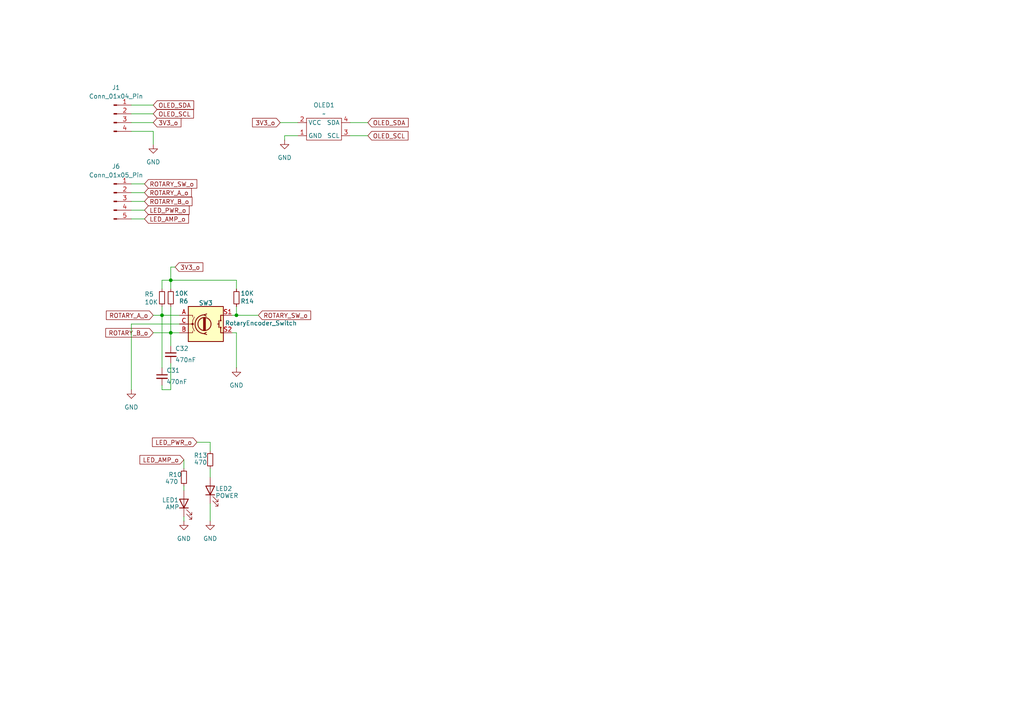
<source format=kicad_sch>
(kicad_sch (version 20231120) (generator "eeschema") (generator_version "8.0")
  (paper "A4")
  (lib_symbols
    (symbol "Connector:Conn_01x04_Pin" (pin_names (offset 1.016) hide)
      (property "Reference" "J" (at 0 5.08 0))
      (property "Value" "Conn_01x04_Pin" (at 0 -7.62 0))
      (symbol "Conn_01x04_Pin_1_1"
        (polyline (pts (xy 1.27 -5.08) (xy 0.8636 -5.08)) (stroke (width 0.1524)))
        (polyline (pts (xy 1.27 -2.54) (xy 0.8636 -2.54)) (stroke (width 0.1524)))
        (polyline (pts (xy 1.27 0) (xy 0.8636 0)) (stroke (width 0.1524)))
        (polyline (pts (xy 1.27 2.54) (xy 0.8636 2.54)) (stroke (width 0.1524)))
        (rectangle (start 0.8636 -4.953) (end 0 -5.207) (stroke (width 0.1524)) (fill (type outline)))
        (rectangle (start 0.8636 -2.413) (end 0 -2.667) (stroke (width 0.1524)) (fill (type outline)))
        (rectangle (start 0.8636 0.127) (end 0 -0.127) (stroke (width 0.1524)) (fill (type outline)))
        (rectangle (start 0.8636 2.667) (end 0 2.413) (stroke (width 0.1524)) (fill (type outline)))
        (pin passive line (at 5.08 2.54 180) (length 3.81) (name "Pin_1") (number "1"))
        (pin passive line (at 5.08 0 180) (length 3.81) (name "Pin_2") (number "2"))
        (pin passive line (at 5.08 -2.54 180) (length 3.81) (name "Pin_3") (number "3"))
        (pin passive line (at 5.08 -5.08 180) (length 3.81) (name "Pin_4") (number "4"))
      )
    )
    (symbol "Connector:Conn_01x05_Pin" (pin_names (offset 1.016) hide)
      (property "Reference" "J" (at 0 7.62 0))
      (property "Value" "Conn_01x05_Pin" (at 0 -7.62 0))
      (symbol "Conn_01x05_Pin_1_1"
        (polyline (pts (xy 1.27 -5.08) (xy 0.8636 -5.08)) (stroke (width 0.1524)))
        (polyline (pts (xy 1.27 -2.54) (xy 0.8636 -2.54)) (stroke (width 0.1524)))
        (polyline (pts (xy 1.27 0) (xy 0.8636 0)) (stroke (width 0.1524)))
        (polyline (pts (xy 1.27 2.54) (xy 0.8636 2.54)) (stroke (width 0.1524)))
        (polyline (pts (xy 1.27 5.08) (xy 0.8636 5.08)) (stroke (width 0.1524)))
        (rectangle (start 0.8636 -4.953) (end 0 -5.207) (stroke (width 0.1524)) (fill (type outline)))
        (rectangle (start 0.8636 -2.413) (end 0 -2.667) (stroke (width 0.1524)) (fill (type outline)))
        (rectangle (start 0.8636 0.127) (end 0 -0.127) (stroke (width 0.1524)) (fill (type outline)))
        (rectangle (start 0.8636 2.667) (end 0 2.413) (stroke (width 0.1524)) (fill (type outline)))
        (rectangle (start 0.8636 5.207) (end 0 4.953) (stroke (width 0.1524)) (fill (type outline)))
        (pin passive line (at 5.08 5.08 180) (length 3.81) (name "Pin_1") (number "1"))
        (pin passive line (at 5.08 2.54 180) (length 3.81) (name "Pin_2") (number "2"))
        (pin passive line (at 5.08 0 180) (length 3.81) (name "Pin_3") (number "3"))
        (pin passive line (at 5.08 -2.54 180) (length 3.81) (name "Pin_4") (number "4"))
        (pin passive line (at 5.08 -5.08 180) (length 3.81) (name "Pin_5") (number "5"))
      )
    )
    (symbol "Device:C_Small" (pin_numbers hide) (pin_names (offset 0.254) hide)
      (property "Reference" "C" (at 0.254 1.778 0))
      (property "Value" "C_Small" (at 0.254 -2.032 0))
      (symbol "C_Small_0_1"
        (polyline (pts (xy -1.524 -0.508) (xy 1.524 -0.508)) (stroke (width 0.3302)))
        (polyline (pts (xy -1.524 0.508) (xy 1.524 0.508)) (stroke (width 0.3048)))
      )
      (symbol "C_Small_1_1"
        (pin passive line (at 0 2.54 270) (length 2.032) (name "~") (number "1"))
        (pin passive line (at 0 -2.54 90) (length 2.032) (name "~") (number "2"))
      )
    )
    (symbol "Device:LED" (pin_numbers hide) (pin_names (offset 1.016) hide)
      (property "Reference" "D" (at 0 2.54 0))
      (property "Value" "LED" (at 0 -2.54 0))
      (symbol "LED_0_1"
        (polyline (pts (xy -1.27 -1.27) (xy -1.27 1.27)) (stroke (width 0.254)))
        (polyline (pts (xy -1.27 0) (xy 1.27 0)))
        (polyline (pts (xy 1.27 -1.27) (xy 1.27 1.27) (xy -1.27 0) (xy 1.27 -1.27)) (stroke (width 0.254)))
        (polyline (pts (xy -3.048 -0.762) (xy -4.572 -2.286) (xy -3.81 -2.286) (xy -4.572 -2.286) (xy -4.572 -1.524)))
        (polyline (pts (xy -1.778 -0.762) (xy -3.302 -2.286) (xy -2.54 -2.286) (xy -3.302 -2.286) (xy -3.302 -1.524)))
      )
      (symbol "LED_1_1"
        (pin passive line (at -3.81 0 0) (length 2.54) (name "K") (number "1"))
        (pin passive line (at 3.81 0 180) (length 2.54) (name "A") (number "2"))
      )
    )
    (symbol "Device:R_Small" (pin_numbers hide) (pin_names (offset 0.254) hide)
      (property "Reference" "R" (at 0.762 0.508 0))
      (property "Value" "R_Small" (at 0.762 -1.016 0))
      (symbol "R_Small_0_1"
        (rectangle (start -0.762 1.778) (end 0.762 -1.778) (stroke (width 0.2032)))
      )
      (symbol "R_Small_1_1"
        (pin passive line (at 0 2.54 270) (length 0.762) (name "~") (number "1"))
        (pin passive line (at 0 -2.54 90) (length 0.762) (name "~") (number "2"))
      )
    )
    (symbol "Device:RotaryEncoder_Switch" (pin_names (offset 0.254) hide)
      (property "Reference" "SW" (at 0 6.604 0))
      (property "Value" "RotaryEncoder_Switch" (at 0 -6.604 0))
      (symbol "RotaryEncoder_Switch_0_1"
        (rectangle (start -5.08 5.08) (end 5.08 -5.08) (stroke (width 0.254)) (fill (type background)))
        (circle (center -3.81 0) (radius 0.254) (fill (type outline)))
        (circle (center -0.381 0) (radius 1.905) (stroke (width 0.254)))
        (arc (start -0.381 2.667) (mid -3.0988 -0.0635) (end -0.381 -2.794) (stroke (width 0.254)))
        (polyline (pts (xy -0.635 -1.778) (xy -0.635 1.778)) (stroke (width 0.254)))
        (polyline (pts (xy -0.381 -1.778) (xy -0.381 1.778)) (stroke (width 0.254)))
        (polyline (pts (xy -0.127 1.778) (xy -0.127 -1.778)) (stroke (width 0.254)))
        (polyline (pts (xy 3.81 0) (xy 3.429 0)) (stroke (width 0.254)))
        (polyline (pts (xy 3.81 1.016) (xy 3.81 -1.016)) (stroke (width 0.254)))
        (polyline (pts (xy -5.08 -2.54) (xy -3.81 -2.54) (xy -3.81 -2.032)))
        (polyline (pts (xy -5.08 2.54) (xy -3.81 2.54) (xy -3.81 2.032)))
        (polyline (pts (xy 0.254 -3.048) (xy -0.508 -2.794) (xy 0.127 -2.413)) (stroke (width 0.254)))
        (polyline (pts (xy 0.254 2.921) (xy -0.508 2.667) (xy 0.127 2.286)) (stroke (width 0.254)))
        (polyline (pts (xy 5.08 -2.54) (xy 4.318 -2.54) (xy 4.318 -1.016)) (stroke (width 0.254)))
        (polyline (pts (xy 5.08 2.54) (xy 4.318 2.54) (xy 4.318 1.016)) (stroke (width 0.254)))
        (polyline (pts (xy -5.08 0) (xy -3.81 0) (xy -3.81 -1.016) (xy -3.302 -2.032)))
        (polyline (pts (xy -4.318 0) (xy -3.81 0) (xy -3.81 1.016) (xy -3.302 2.032)))
        (circle (center 4.318 -1.016) (radius 0.127) (stroke (width 0.254)))
        (circle (center 4.318 1.016) (radius 0.127) (stroke (width 0.254)))
      )
      (symbol "RotaryEncoder_Switch_1_1"
        (pin passive line (at -7.62 2.54 0) (length 2.54) (name "A") (number "A"))
        (pin passive line (at -7.62 -2.54 0) (length 2.54) (name "B") (number "B"))
        (pin passive line (at -7.62 0 0) (length 2.54) (name "C") (number "C"))
        (pin passive line (at 7.62 2.54 180) (length 2.54) (name "S1") (number "S1"))
        (pin passive line (at 7.62 -2.54 180) (length 2.54) (name "S2") (number "S2"))
      )
    )
    (symbol "local_lbr:OLED_128_32"
      (property "Reference" "OLED" (at -2.54 5.334 0))
      (symbol "OLED_128_32_0_1"
        (rectangle (start -5.08 3.81) (end 5.08 -2.54))
      )
      (symbol "OLED_128_32_1_1"
        (pin power_in line (at -7.62 -1.27 0) (length 2.54) (name "GND") (number "1"))
        (pin power_in line (at -7.62 2.54 0) (length 2.54) (name "VCC") (number "2"))
        (pin input line (at 7.62 -1.27 180) (length 2.54) (name "SCL") (number "3"))
        (pin input line (at 7.62 2.54 180) (length 2.54) (name "SDA") (number "4"))
      )
    )
    (symbol "power:GND" (power) (pin_numbers hide) (pin_names (offset 0) hide)
      (property "Value" "GND" (at 0 -3.81 0))
      (symbol "GND_0_1"
        (polyline (pts (xy 0 0) (xy 0 -1.27) (xy 1.27 -1.27) (xy 0 -2.54) (xy -1.27 -1.27) (xy 0 -1.27)))
      )
      (symbol "GND_1_1"
        (pin power_in line (at 0 0 270) (length 0) (name "~") (number "1"))
      )
    )
  )
  (junction (at 49.53 81.28))
  (junction (at 46.99 91.44))
  (junction (at 49.53 96.52))
  (junction (at 68.58 91.44))
  (wire (pts (xy 53.34 135.89) (xy 53.34 133.35)))
  (wire (pts (xy 38.1 63.5) (xy 41.91 63.5)))
  (wire (pts (xy 38.1 30.48) (xy 44.45 30.48)))
  (wire (pts (xy 46.99 91.44) (xy 46.99 106.68)))
  (wire (pts (xy 49.53 81.28) (xy 68.58 81.28)))
  (wire (pts (xy 60.96 146.05) (xy 60.96 151.13)))
  (wire (pts (xy 38.1 33.02) (xy 44.45 33.02)))
  (wire (pts (xy 81.28 35.56) (xy 86.36 35.56)))
  (wire (pts (xy 49.53 77.47) (xy 49.53 81.28)))
  (wire (pts (xy 38.1 35.56) (xy 44.45 35.56)))
  (wire (pts (xy 53.34 140.97) (xy 53.34 142.24)))
  (wire (pts (xy 38.1 60.96) (xy 41.91 60.96)))
  (wire (pts (xy 49.53 88.9) (xy 49.53 96.52)))
  (wire (pts (xy 46.99 91.44) (xy 52.07 91.44)))
  (wire (pts (xy 49.53 96.52) (xy 52.07 96.52)))
  (wire (pts (xy 82.55 40.64) (xy 82.55 39.37)))
  (wire (pts (xy 60.96 130.81) (xy 60.96 128.27)))
  (wire (pts (xy 60.96 135.89) (xy 60.96 138.43)))
  (wire (pts (xy 49.53 105.41) (xy 49.53 113.03)))
  (wire (pts (xy 60.96 128.27) (xy 57.15 128.27)))
  (wire (pts (xy 46.99 81.28) (xy 46.99 83.82)))
  (wire (pts (xy 38.1 93.98) (xy 52.07 93.98)))
  (wire (pts (xy 38.1 58.42) (xy 41.91 58.42)))
  (wire (pts (xy 49.53 96.52) (xy 49.53 100.33)))
  (wire (pts (xy 46.99 113.03) (xy 49.53 113.03)))
  (wire (pts (xy 46.99 113.03) (xy 46.99 111.76)))
  (wire (pts (xy 68.58 96.52) (xy 68.58 106.68)))
  (wire (pts (xy 68.58 91.44) (xy 74.93 91.44)))
  (wire (pts (xy 46.99 88.9) (xy 46.99 91.44)))
  (wire (pts (xy 53.34 149.86) (xy 53.34 151.13)))
  (wire (pts (xy 82.55 39.37) (xy 86.36 39.37)))
  (wire (pts (xy 38.1 113.03) (xy 38.1 93.98)))
  (wire (pts (xy 68.58 88.9) (xy 68.58 91.44)))
  (wire (pts (xy 38.1 53.34) (xy 41.91 53.34)))
  (wire (pts (xy 68.58 81.28) (xy 68.58 83.82)))
  (wire (pts (xy 68.58 96.52) (xy 67.31 96.52)))
  (wire (pts (xy 44.45 91.44) (xy 46.99 91.44)))
  (wire (pts (xy 68.58 91.44) (xy 67.31 91.44)))
  (wire (pts (xy 38.1 55.88) (xy 41.91 55.88)))
  (wire (pts (xy 50.8 77.47) (xy 49.53 77.47)))
  (wire (pts (xy 49.53 81.28) (xy 49.53 83.82)))
  (wire (pts (xy 44.45 96.52) (xy 49.53 96.52)))
  (wire (pts (xy 44.45 38.1) (xy 38.1 38.1)))
  (wire (pts (xy 44.45 41.91) (xy 44.45 38.1)))
  (wire (pts (xy 101.6 35.56) (xy 106.68 35.56)))
  (wire (pts (xy 101.6 39.37) (xy 106.68 39.37)))
  (wire (pts (xy 46.99 81.28) (xy 49.53 81.28)))
  (global_label "3V3_o" (shape input) (at 81.28 35.56 180) (property "Intersheetrefs" "${INTERSHEET_REFS}" (effects (hide yes))))
  (global_label "OLED_SCL" (shape input) (at 44.45 33.02 0) (property "Intersheetrefs" "${INTERSHEET_REFS}" (effects (hide yes))))
  (global_label "3V3_o" (shape input) (at 50.8 77.47 0) (property "Intersheetrefs" "${INTERSHEET_REFS}" (effects (hide yes))))
  (global_label "OLED_SDA" (shape input) (at 106.68 35.56 0) (property "Intersheetrefs" "${INTERSHEET_REFS}" (effects (hide yes))))
  (global_label "OLED_SDA" (shape input) (at 44.45 30.48 0) (property "Intersheetrefs" "${INTERSHEET_REFS}" (effects (hide yes))))
  (global_label "ROTARY_A_o" (shape input) (at 44.45 91.44 180) (property "Intersheetrefs" "${INTERSHEET_REFS}" (effects (hide yes))))
  (global_label "LED_AMP_o" (shape input) (at 53.34 133.35 180) (property "Intersheetrefs" "${INTERSHEET_REFS}" (effects (hide yes))))
  (global_label "OLED_SCL" (shape input) (at 106.68 39.37 0) (property "Intersheetrefs" "${INTERSHEET_REFS}" (effects (hide yes))))
  (global_label "ROTARY_B_o" (shape input) (at 44.45 96.52 180) (property "Intersheetrefs" "${INTERSHEET_REFS}" (effects (hide yes))))
  (global_label "ROTARY_SW_o" (shape input) (at 41.91 53.34 0) (property "Intersheetrefs" "${INTERSHEET_REFS}" (effects (hide yes))))
  (global_label "LED_AMP_o" (shape input) (at 41.91 63.5 0) (property "Intersheetrefs" "${INTERSHEET_REFS}" (effects (hide yes))))
  (global_label "ROTARY_B_o" (shape input) (at 41.91 58.42 0) (property "Intersheetrefs" "${INTERSHEET_REFS}" (effects (hide yes))))
  (global_label "LED_PWR_o" (shape input) (at 41.91 60.96 0) (property "Intersheetrefs" "${INTERSHEET_REFS}" (effects (hide yes))))
  (global_label "3V3_o" (shape input) (at 44.45 35.56 0) (property "Intersheetrefs" "${INTERSHEET_REFS}" (effects (hide yes))))
  (global_label "ROTARY_SW_o" (shape input) (at 74.93 91.44 0) (property "Intersheetrefs" "${INTERSHEET_REFS}" (effects (hide yes))))
  (global_label "ROTARY_A_o" (shape input) (at 41.91 55.88 0) (property "Intersheetrefs" "${INTERSHEET_REFS}" (effects (hide yes))))
  (global_label "LED_PWR_o" (shape input) (at 57.15 128.27 180) (property "Intersheetrefs" "${INTERSHEET_REFS}" (effects (hide yes))))
  (symbol (lib_id "power:GND") (at 82.55 40.64 0) (unit 1)
    (property "Reference" "#PWR04" (effects (hide yes)))
    (property "Value" "GND" (at 82.55 45.72 0))
    (property "Description" "Power symbol creates a global label with name \"GND\" , ground" (effects (hide yes)))
  )
  (symbol (lib_id "Device:R_Small") (at 53.34 138.43 180) (unit 1)
    (property "Reference" "R10" (at 50.8 137.668 0))
    (property "Value" "470" (at 49.784 139.7 0))
    (property "Footprint" "Resistor_SMD:R_0805_2012Metric_Pad1.20x1.40mm_HandSolder" (effects (hide yes)))
    (property "Description" "Resistor, small symbol" (effects (hide yes)))
  )
  (symbol (lib_id "Device:R_Small") (at 49.53 86.36 180) (unit 1)
    (property "Reference" "R6" (at 54.61 87.376 0) (effects (justify left)))
    (property "Value" "10K" (at 54.61 85.09 0) (effects (justify left)))
    (property "Footprint" "Resistor_SMD:R_0805_2012Metric_Pad1.20x1.40mm_HandSolder" (effects (hide yes)))
    (property "Description" "Resistor, small symbol" (effects (hide yes)))
  )
  (symbol (lib_id "power:GND") (at 68.58 106.68 0) (unit 1)
    (property "Reference" "#PWR06" (effects (hide yes)))
    (property "Value" "GND" (at 68.58 111.76 0))
    (property "Description" "Power symbol creates a global label with name \"GND\" , ground" (effects (hide yes)))
  )
  (symbol (lib_id "Device:R_Small") (at 46.99 86.36 0) (unit 1)
    (property "Reference" "R5" (at 41.91 85.344 0) (effects (justify left)))
    (property "Value" "10K" (at 41.91 87.63 0) (effects (justify left)))
    (property "Footprint" "Resistor_SMD:R_0805_2012Metric_Pad1.20x1.40mm_HandSolder" (effects (hide yes)))
    (property "Description" "Resistor, small symbol" (effects (hide yes)))
  )
  (symbol (lib_id "power:GND") (at 60.96 151.13 0) (unit 1)
    (property "Reference" "#PWR08" (effects (hide yes)))
    (property "Value" "GND" (at 60.96 156.21 0))
    (property "Description" "Power symbol creates a global label with name \"GND\" , ground" (effects (hide yes)))
  )
  (symbol (lib_id "power:GND") (at 53.34 151.13 0) (unit 1)
    (property "Reference" "#PWR07" (effects (hide yes)))
    (property "Value" "GND" (at 53.34 156.21 0))
    (property "Description" "Power symbol creates a global label with name \"GND\" , ground" (effects (hide yes)))
  )
  (symbol (lib_id "Device:LED") (at 60.96 142.24 90) (unit 1)
    (property "Reference" "LED2" (at 62.484 141.732 90) (effects (justify right)))
    (property "Value" "POWER" (at 62.484 143.764 90) (effects (justify right)))
    (property "Footprint" "LED_SMD:LED_0805_2012Metric_Pad1.15x1.40mm_HandSolder" (effects (hide yes)))
    (property "Description" "Light emitting diode" (effects (hide yes)))
  )
  (symbol (lib_id "Connector:Conn_01x04_Pin") (at 33.02 33.02 0) (unit 1)
    (property "Reference" "J1" (at 33.655 25.4 0))
    (property "Value" "Conn_01x04_Pin" (at 33.655 27.94 0))
    (property "Footprint" "Connector_PinHeader_2.54mm:PinHeader_1x04_P2.54mm_Horizontal" (effects (hide yes)))
    (property "Description" "Generic connector, single row, 01x04, script generated" (effects (hide yes)))
  )
  (symbol (lib_id "Device:RotaryEncoder_Switch") (at 59.69 93.98 0) (unit 1)
    (property "Reference" "SW3" (at 59.69 87.884 0))
    (property "Value" "RotaryEncoder_Switch" (at 75.692 93.726 0))
    (property "Footprint" "Rotary_Encoder:RotaryEncoder_Alps_EC11E-Switch_Vertical_H20mm" (effects (hide yes)))
    (property "Description" "Rotary encoder, dual channel, incremental quadrate outputs, with switch" (effects (hide yes)))
  )
  (symbol (lib_id "Device:LED") (at 53.34 146.05 90) (unit 1)
    (property "Reference" "LED1" (at 46.99 145.034 90) (effects (justify right)))
    (property "Value" "AMP" (at 48.006 147.066 90) (effects (justify right)))
    (property "Footprint" "LED_SMD:LED_0805_2012Metric_Pad1.15x1.40mm_HandSolder" (effects (hide yes)))
    (property "Description" "Light emitting diode" (effects (hide yes)))
  )
  (symbol (lib_id "Device:C_Small") (at 46.99 109.22 0) (unit 1)
    (property "Reference" "C31" (at 48.26 107.442 0) (effects (justify left)))
    (property "Value" "470nF" (at 48.26 110.744 0) (effects (justify left)))
    (property "Footprint" "Capacitor_SMD:C_0805_2012Metric_Pad1.18x1.45mm_HandSolder" (effects (hide yes)))
    (property "Description" "Unpolarized capacitor, small symbol" (effects (hide yes)))
  )
  (symbol (lib_id "Device:R_Small") (at 60.96 133.35 180) (unit 1)
    (property "Reference" "R13" (at 58.166 132.08 0))
    (property "Value" "470" (at 58.166 134.112 0))
    (property "Footprint" "Resistor_SMD:R_0805_2012Metric_Pad1.20x1.40mm_HandSolder" (effects (hide yes)))
    (property "Description" "Resistor, small symbol" (effects (hide yes)))
  )
  (symbol (lib_id "power:GND") (at 44.45 41.91 0) (unit 1)
    (property "Reference" "#PWR03" (effects (hide yes)))
    (property "Value" "GND" (at 44.45 46.99 0))
    (property "Description" "Power symbol creates a global label with name \"GND\" , ground" (effects (hide yes)))
  )
  (symbol (lib_id "Connector:Conn_01x05_Pin") (at 33.02 58.42 0) (unit 1)
    (property "Reference" "J6" (at 33.655 48.26 0))
    (property "Value" "Conn_01x05_Pin" (at 33.655 50.8 0))
    (property "Footprint" "Connector_PinHeader_2.54mm:PinHeader_1x05_P2.54mm_Horizontal" (effects (hide yes)))
    (property "Description" "Generic connector, single row, 01x05, script generated" (effects (hide yes)))
  )
  (symbol (lib_id "Device:R_Small") (at 68.58 86.36 180) (unit 1)
    (property "Reference" "R14" (at 73.66 87.376 0) (effects (justify left)))
    (property "Value" "10K" (at 73.66 85.09 0) (effects (justify left)))
    (property "Footprint" "Resistor_SMD:R_0805_2012Metric_Pad1.20x1.40mm_HandSolder" (effects (hide yes)))
    (property "Description" "Resistor, small symbol" (effects (hide yes)))
  )
  (symbol (lib_id "Device:C_Small") (at 49.53 102.87 0) (unit 1)
    (property "Reference" "C32" (at 50.8 101.092 0) (effects (justify left)))
    (property "Value" "470nF" (at 50.8 104.394 0) (effects (justify left)))
    (property "Footprint" "Capacitor_SMD:C_0805_2012Metric_Pad1.18x1.45mm_HandSolder" (effects (hide yes)))
    (property "Description" "Unpolarized capacitor, small symbol" (effects (hide yes)))
  )
  (symbol (lib_id "power:GND") (at 38.1 113.03 0) (unit 1)
    (property "Reference" "#PWR05" (effects (hide yes)))
    (property "Value" "GND" (at 38.1 118.11 0))
    (property "Description" "Power symbol creates a global label with name \"GND\" , ground" (effects (hide yes)))
  )
  (symbol (lib_id "local_lbr:OLED_128_32") (at 93.98 38.1 0) (unit 1)
    (property "Reference" "OLED1" (at 93.98 30.48 0))
    (property "Value" "~" (at 93.98 33.02 0))
    (property "Footprint" "local_lbr:OLED_128_32" (effects (hide yes)))
  )
)
</source>
